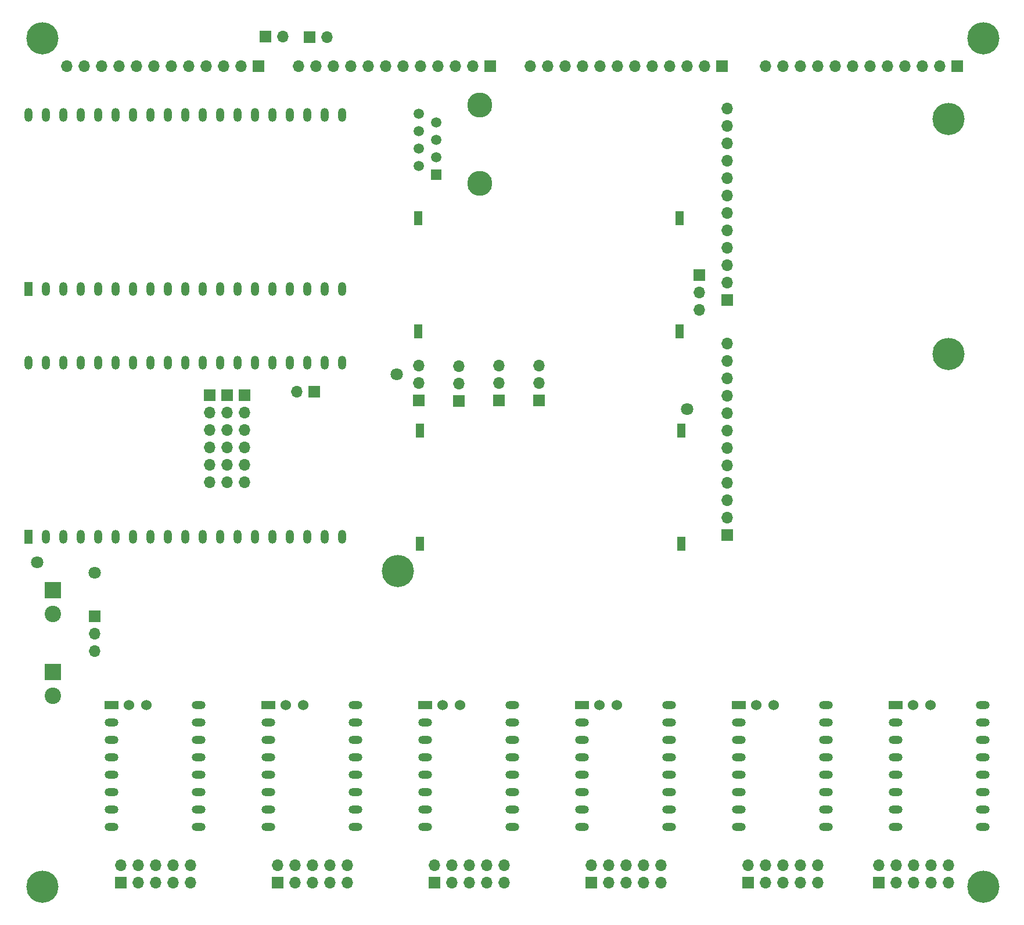
<source format=gbs>
G04 #@! TF.GenerationSoftware,KiCad,Pcbnew,(5.1.9)-1*
G04 #@! TF.CreationDate,2021-03-09T19:40:00-06:00*
G04 #@! TF.ProjectId,BDringController,42447269-6e67-4436-9f6e-74726f6c6c65,rev?*
G04 #@! TF.SameCoordinates,Original*
G04 #@! TF.FileFunction,Soldermask,Bot*
G04 #@! TF.FilePolarity,Negative*
%FSLAX46Y46*%
G04 Gerber Fmt 4.6, Leading zero omitted, Abs format (unit mm)*
G04 Created by KiCad (PCBNEW (5.1.9)-1) date 2021-03-09 19:40:00*
%MOMM*%
%LPD*%
G01*
G04 APERTURE LIST*
%ADD10O,1.200000X2.000000*%
%ADD11R,1.200000X2.000000*%
%ADD12C,3.650000*%
%ADD13R,1.500000X1.500000*%
%ADD14C,1.500000*%
%ADD15C,1.524000*%
%ADD16O,2.000000X1.200000*%
%ADD17R,2.000000X1.200000*%
%ADD18C,4.700000*%
%ADD19C,3.100000*%
%ADD20C,4.700001*%
%ADD21O,1.700000X1.700000*%
%ADD22R,1.700000X1.700000*%
%ADD23R,2.400000X2.400000*%
%ADD24C,2.400000*%
%ADD25C,1.800000*%
G04 APERTURE END LIST*
D10*
X62738000Y-76581000D03*
D11*
X62738000Y-101981000D03*
D10*
X65278000Y-76581000D03*
X65278000Y-101981000D03*
X67818000Y-76581000D03*
X67818000Y-101981000D03*
X70358000Y-76581000D03*
X70358000Y-101981000D03*
X72898000Y-76581000D03*
X72898000Y-101981000D03*
X75438000Y-76581000D03*
X75438000Y-101981000D03*
X77978000Y-76581000D03*
X77978000Y-101981000D03*
X80518000Y-76581000D03*
X80518000Y-101981000D03*
X83058000Y-76581000D03*
X83058000Y-101981000D03*
X85598000Y-76581000D03*
X85598000Y-101981000D03*
X88138000Y-76581000D03*
X88138000Y-101981000D03*
X90678000Y-76581000D03*
X90678000Y-101981000D03*
X93218000Y-76581000D03*
X93218000Y-101981000D03*
X95758000Y-76581000D03*
X95758000Y-101981000D03*
X98298000Y-76581000D03*
X98298000Y-101981000D03*
X100838000Y-76581000D03*
X100838000Y-101981000D03*
X103378000Y-76581000D03*
X103378000Y-101981000D03*
X105918000Y-76581000D03*
X105918000Y-101981000D03*
X108458000Y-76581000D03*
X108458000Y-101981000D03*
X62738000Y-40386000D03*
D11*
X62738000Y-65786000D03*
D10*
X65278000Y-40386000D03*
X65278000Y-65786000D03*
X67818000Y-40386000D03*
X67818000Y-65786000D03*
X70358000Y-40386000D03*
X70358000Y-65786000D03*
X72898000Y-40386000D03*
X72898000Y-65786000D03*
X75438000Y-40386000D03*
X75438000Y-65786000D03*
X77978000Y-40386000D03*
X77978000Y-65786000D03*
X80518000Y-40386000D03*
X80518000Y-65786000D03*
X83058000Y-40386000D03*
X83058000Y-65786000D03*
X85598000Y-40386000D03*
X85598000Y-65786000D03*
X88138000Y-40386000D03*
X88138000Y-65786000D03*
X90678000Y-40386000D03*
X90678000Y-65786000D03*
X93218000Y-40386000D03*
X93218000Y-65786000D03*
X95758000Y-40386000D03*
X95758000Y-65786000D03*
X98298000Y-40386000D03*
X98298000Y-65786000D03*
X100838000Y-40386000D03*
X100838000Y-65786000D03*
X103378000Y-40386000D03*
X103378000Y-65786000D03*
X105918000Y-40386000D03*
X105918000Y-65786000D03*
X108458000Y-40386000D03*
X108458000Y-65786000D03*
D12*
X128500000Y-39000000D03*
X128500000Y-50430000D03*
D13*
X122150000Y-49160000D03*
D14*
X119610000Y-47890000D03*
X122150000Y-46620000D03*
X119610000Y-45350000D03*
X122150000Y-44080000D03*
X119610000Y-42810000D03*
X122150000Y-41540000D03*
X119610000Y-40270000D03*
D11*
X157607000Y-72009000D03*
X157607000Y-55499000D03*
X119507000Y-72009000D03*
X119507000Y-55499000D03*
D15*
X102743000Y-126492000D03*
X100203000Y-126492000D03*
D16*
X97663000Y-144272000D03*
X110363000Y-144272000D03*
X97663000Y-141732000D03*
X110363000Y-141732000D03*
X97663000Y-139192000D03*
X110363000Y-139192000D03*
X97663000Y-136652000D03*
X110363000Y-136652000D03*
X97663000Y-134112000D03*
X110363000Y-134112000D03*
X97663000Y-131572000D03*
X110363000Y-131572000D03*
X97663000Y-129032000D03*
X110363000Y-129032000D03*
D17*
X97663000Y-126492000D03*
D16*
X110363000Y-126492000D03*
D15*
X125603000Y-126492000D03*
X123063000Y-126492000D03*
D16*
X120523000Y-144272000D03*
X133223000Y-144272000D03*
X120523000Y-141732000D03*
X133223000Y-141732000D03*
X120523000Y-139192000D03*
X133223000Y-139192000D03*
X120523000Y-136652000D03*
X133223000Y-136652000D03*
X120523000Y-134112000D03*
X133223000Y-134112000D03*
X120523000Y-131572000D03*
X133223000Y-131572000D03*
X120523000Y-129032000D03*
X133223000Y-129032000D03*
D17*
X120523000Y-126492000D03*
D16*
X133223000Y-126492000D03*
D15*
X171323000Y-126492000D03*
X168783000Y-126492000D03*
D16*
X166243000Y-144272000D03*
X178943000Y-144272000D03*
X166243000Y-141732000D03*
X178943000Y-141732000D03*
X166243000Y-139192000D03*
X178943000Y-139192000D03*
X166243000Y-136652000D03*
X178943000Y-136652000D03*
X166243000Y-134112000D03*
X178943000Y-134112000D03*
X166243000Y-131572000D03*
X178943000Y-131572000D03*
X166243000Y-129032000D03*
X178943000Y-129032000D03*
D17*
X166243000Y-126492000D03*
D16*
X178943000Y-126492000D03*
D15*
X194183000Y-126492000D03*
X191643000Y-126492000D03*
D16*
X189103000Y-144272000D03*
X201803000Y-144272000D03*
X189103000Y-141732000D03*
X201803000Y-141732000D03*
X189103000Y-139192000D03*
X201803000Y-139192000D03*
X189103000Y-136652000D03*
X201803000Y-136652000D03*
X189103000Y-134112000D03*
X201803000Y-134112000D03*
X189103000Y-131572000D03*
X201803000Y-131572000D03*
X189103000Y-129032000D03*
X201803000Y-129032000D03*
D17*
X189103000Y-126492000D03*
D16*
X201803000Y-126492000D03*
D15*
X148463000Y-126492000D03*
X145923000Y-126492000D03*
D16*
X143383000Y-144272000D03*
X156083000Y-144272000D03*
X143383000Y-141732000D03*
X156083000Y-141732000D03*
X143383000Y-139192000D03*
X156083000Y-139192000D03*
X143383000Y-136652000D03*
X156083000Y-136652000D03*
X143383000Y-134112000D03*
X156083000Y-134112000D03*
X143383000Y-131572000D03*
X156083000Y-131572000D03*
X143383000Y-129032000D03*
X156083000Y-129032000D03*
D17*
X143383000Y-126492000D03*
D16*
X156083000Y-126492000D03*
D15*
X79883000Y-126492000D03*
X77343000Y-126492000D03*
D16*
X74803000Y-144272000D03*
X87503000Y-144272000D03*
X74803000Y-141732000D03*
X87503000Y-141732000D03*
X74803000Y-139192000D03*
X87503000Y-139192000D03*
X74803000Y-136652000D03*
X87503000Y-136652000D03*
X74803000Y-134112000D03*
X87503000Y-134112000D03*
X74803000Y-131572000D03*
X87503000Y-131572000D03*
X74803000Y-129032000D03*
X87503000Y-129032000D03*
D17*
X74803000Y-126492000D03*
D16*
X87503000Y-126492000D03*
D18*
X64770000Y-29210000D03*
D19*
X64770000Y-29210000D03*
D18*
X196850000Y-41021000D03*
D19*
X196850000Y-41021000D03*
D18*
X196850000Y-75311000D03*
D19*
X196850000Y-75311000D03*
D20*
X201930000Y-153035000D03*
D19*
X201930000Y-153035000D03*
D18*
X116586000Y-106934000D03*
D19*
X116586000Y-106934000D03*
D18*
X64770000Y-153035000D03*
D19*
X64770000Y-153035000D03*
D21*
X68326000Y-33274000D03*
X70866000Y-33274000D03*
X73406000Y-33274000D03*
X75946000Y-33274000D03*
X78486000Y-33274000D03*
X81026000Y-33274000D03*
X83566000Y-33274000D03*
X86106000Y-33274000D03*
X88646000Y-33274000D03*
X91186000Y-33274000D03*
X93726000Y-33274000D03*
D22*
X96266000Y-33274000D03*
D21*
X91694000Y-93980000D03*
X91694000Y-91440000D03*
X91694000Y-88900000D03*
X91694000Y-86360000D03*
X91694000Y-83820000D03*
D22*
X91694000Y-81280000D03*
X94234000Y-81280000D03*
D21*
X94234000Y-83820000D03*
X94234000Y-86360000D03*
X94234000Y-88900000D03*
X94234000Y-91440000D03*
X94234000Y-93980000D03*
D22*
X164592000Y-101727000D03*
D21*
X164592000Y-99187000D03*
X164592000Y-96647000D03*
X164592000Y-94107000D03*
X164592000Y-91567000D03*
X164592000Y-89027000D03*
X164592000Y-86487000D03*
X164592000Y-83947000D03*
X164592000Y-81407000D03*
X164592000Y-78867000D03*
X164592000Y-76327000D03*
X164592000Y-73787000D03*
D23*
X66294000Y-121666000D03*
D24*
X66294000Y-125166000D03*
D23*
X66294000Y-109728000D03*
D24*
X66294000Y-113228000D03*
D21*
X102108000Y-33274000D03*
X104648000Y-33274000D03*
X107188000Y-33274000D03*
X109728000Y-33274000D03*
X112268000Y-33274000D03*
X114808000Y-33274000D03*
X117348000Y-33274000D03*
X119888000Y-33274000D03*
X122428000Y-33274000D03*
X124968000Y-33274000D03*
X127508000Y-33274000D03*
D22*
X130048000Y-33274000D03*
D21*
X72390000Y-118618000D03*
X72390000Y-116078000D03*
D22*
X72390000Y-113538000D03*
X164592000Y-67437000D03*
D21*
X164592000Y-64897000D03*
X164592000Y-62357000D03*
X164592000Y-59817000D03*
X164592000Y-57277000D03*
X164592000Y-54737000D03*
X164592000Y-52197000D03*
X164592000Y-49657000D03*
X164592000Y-47117000D03*
X164592000Y-44577000D03*
X164592000Y-42037000D03*
X164592000Y-39497000D03*
D22*
X160528000Y-63754000D03*
D21*
X160528000Y-66294000D03*
X160528000Y-68834000D03*
X135890000Y-33274000D03*
X138430000Y-33274000D03*
X140970000Y-33274000D03*
X143510000Y-33274000D03*
X146050000Y-33274000D03*
X148590000Y-33274000D03*
X151130000Y-33274000D03*
X153670000Y-33274000D03*
X156210000Y-33274000D03*
X158750000Y-33274000D03*
X161290000Y-33274000D03*
D22*
X163830000Y-33274000D03*
X198120000Y-33274000D03*
D21*
X195580000Y-33274000D03*
X193040000Y-33274000D03*
X190500000Y-33274000D03*
X187960000Y-33274000D03*
X185420000Y-33274000D03*
X182880000Y-33274000D03*
X180340000Y-33274000D03*
X177800000Y-33274000D03*
X175260000Y-33274000D03*
X172720000Y-33274000D03*
X170180000Y-33274000D03*
X119634000Y-76962000D03*
X119634000Y-79502000D03*
D22*
X119634000Y-82042000D03*
X125476000Y-82169000D03*
D21*
X125476000Y-79629000D03*
X125476000Y-77089000D03*
X131318000Y-76962000D03*
X131318000Y-79502000D03*
D22*
X131318000Y-82042000D03*
X137160000Y-82042000D03*
D21*
X137160000Y-79502000D03*
X137160000Y-76962000D03*
D11*
X119761000Y-86487000D03*
X119761000Y-102997000D03*
X157861000Y-86487000D03*
X157861000Y-102997000D03*
D19*
X201930000Y-29210000D03*
D18*
X201930000Y-29210000D03*
D22*
X76200000Y-152400000D03*
D21*
X76200000Y-149860000D03*
X78740000Y-152400000D03*
X78740000Y-149860000D03*
X81280000Y-152400000D03*
X81280000Y-149860000D03*
X83820000Y-152400000D03*
X83820000Y-149860000D03*
X86360000Y-152400000D03*
X86360000Y-149860000D03*
X109220000Y-149860000D03*
X109220000Y-152400000D03*
X106680000Y-149860000D03*
X106680000Y-152400000D03*
X104140000Y-149860000D03*
X104140000Y-152400000D03*
X101600000Y-149860000D03*
X101600000Y-152400000D03*
X99060000Y-149860000D03*
D22*
X99060000Y-152400000D03*
X121920000Y-152400000D03*
D21*
X121920000Y-149860000D03*
X124460000Y-152400000D03*
X124460000Y-149860000D03*
X127000000Y-152400000D03*
X127000000Y-149860000D03*
X129540000Y-152400000D03*
X129540000Y-149860000D03*
X132080000Y-152400000D03*
X132080000Y-149860000D03*
X154940000Y-149860000D03*
X154940000Y-152400000D03*
X152400000Y-149860000D03*
X152400000Y-152400000D03*
X149860000Y-149860000D03*
X149860000Y-152400000D03*
X147320000Y-149860000D03*
X147320000Y-152400000D03*
X144780000Y-149860000D03*
D22*
X144780000Y-152400000D03*
X167640000Y-152400000D03*
D21*
X167640000Y-149860000D03*
X170180000Y-152400000D03*
X170180000Y-149860000D03*
X172720000Y-152400000D03*
X172720000Y-149860000D03*
X175260000Y-152400000D03*
X175260000Y-149860000D03*
X177800000Y-152400000D03*
X177800000Y-149860000D03*
X196850000Y-149860000D03*
X196850000Y-152400000D03*
X194310000Y-149860000D03*
X194310000Y-152400000D03*
X191770000Y-149860000D03*
X191770000Y-152400000D03*
X189230000Y-149860000D03*
X189230000Y-152400000D03*
X186690000Y-149860000D03*
D22*
X186690000Y-152400000D03*
X89154000Y-81280000D03*
D21*
X89154000Y-83820000D03*
X89154000Y-86360000D03*
X89154000Y-88900000D03*
X89154000Y-91440000D03*
X89154000Y-93980000D03*
D22*
X104394000Y-80772000D03*
D21*
X101854000Y-80772000D03*
D25*
X64008000Y-105664000D03*
X116393504Y-78279456D03*
X158750000Y-83312000D03*
X72390000Y-107188000D03*
D21*
X99840000Y-29000000D03*
D22*
X97300000Y-29000000D03*
X103700000Y-29100000D03*
D21*
X106240000Y-29100000D03*
M02*

</source>
